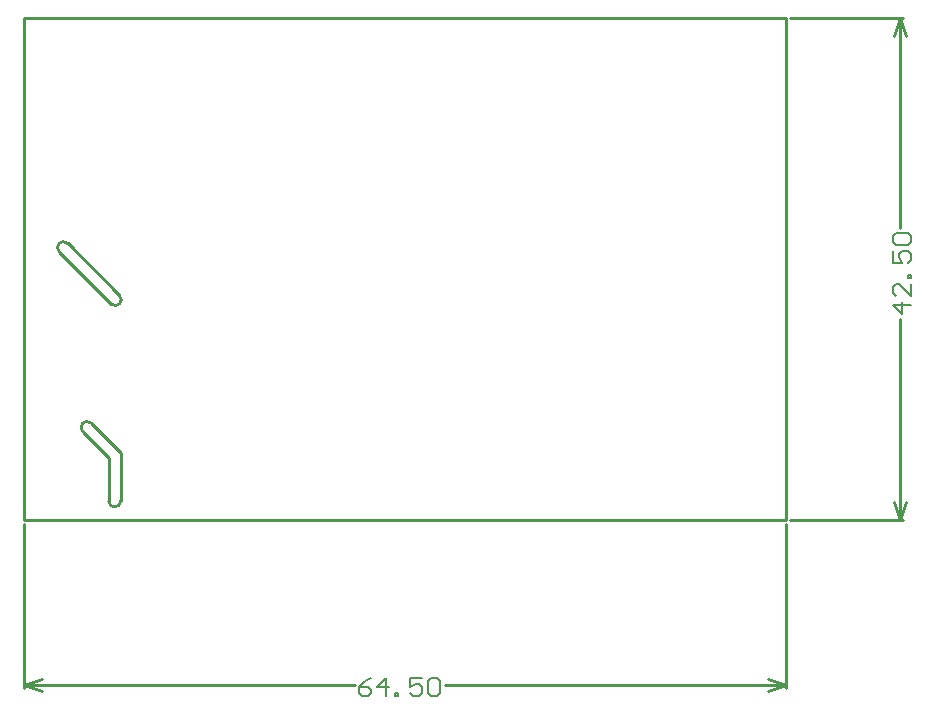
<source format=gm1>
G04*
G04 #@! TF.GenerationSoftware,Altium Limited,Altium Designer,20.0.13 (296)*
G04*
G04 Layer_Color=16711935*
%FSLAX43Y43*%
%MOMM*%
G71*
G01*
G75*
%ADD57C,0.254*%
%ADD58C,0.152*%
D57*
X104200Y108200D02*
G03*
X103493Y107493I-354J-354D01*
G01*
X105700Y101600D02*
G03*
X106700Y101600I500J0D01*
G01*
X105900Y118300D02*
G03*
X106607Y119007I354J354D01*
G01*
X102207Y123407D02*
G03*
X101500Y122700I-354J-354D01*
G01*
X104213Y108188D02*
X106700Y105700D01*
Y101600D02*
Y105700D01*
X103500Y107475D02*
X105700Y105275D01*
Y101600D02*
Y105275D01*
X98500Y100000D02*
Y142500D01*
X163000D01*
Y100000D02*
Y142500D01*
X98500Y100000D02*
X163000D01*
X102207Y123407D02*
X106607Y119007D01*
X101500Y122700D02*
X105900Y118300D01*
X172192Y101524D02*
X172700Y100000D01*
X173208Y101524D01*
X172700Y142500D02*
X173208Y140976D01*
X172192D02*
X172700Y142500D01*
Y100000D02*
Y117009D01*
Y124678D02*
Y142500D01*
X163381Y100000D02*
X172954D01*
X163381Y142500D02*
X172954D01*
X98500Y86000D02*
X100024Y86508D01*
X98500Y86000D02*
X100024Y85492D01*
X161476D02*
X163000Y86000D01*
X161476Y86508D02*
X163000Y86000D01*
X98500D02*
X126509D01*
X134178D02*
X163000D01*
X98500Y85746D02*
Y99619D01*
X163000Y85746D02*
Y99619D01*
D58*
X173614Y118177D02*
X172091D01*
X172852Y117416D01*
Y118431D01*
X173614Y119955D02*
Y118939D01*
X172598Y119955D01*
X172345D01*
X172091Y119701D01*
Y119193D01*
X172345Y118939D01*
X173614Y120463D02*
X173360D01*
Y120717D01*
X173614D01*
Y120463D01*
X172091Y122748D02*
Y121732D01*
X172852D01*
X172598Y122240D01*
Y122494D01*
X172852Y122748D01*
X173360D01*
X173614Y122494D01*
Y121986D01*
X173360Y121732D01*
X172345Y123256D02*
X172091Y123510D01*
Y124018D01*
X172345Y124271D01*
X173360D01*
X173614Y124018D01*
Y123510D01*
X173360Y123256D01*
X172345D01*
X127931Y86609D02*
X127424Y86355D01*
X126916Y85848D01*
Y85340D01*
X127170Y85086D01*
X127677D01*
X127931Y85340D01*
Y85594D01*
X127677Y85848D01*
X126916D01*
X129201Y85086D02*
Y86609D01*
X128439Y85848D01*
X129455D01*
X129963Y85086D02*
Y85340D01*
X130217D01*
Y85086D01*
X129963D01*
X132248Y86609D02*
X131232D01*
Y85848D01*
X131740Y86102D01*
X131994D01*
X132248Y85848D01*
Y85340D01*
X131994Y85086D01*
X131486D01*
X131232Y85340D01*
X132756Y86355D02*
X133010Y86609D01*
X133518D01*
X133771Y86355D01*
Y85340D01*
X133518Y85086D01*
X133010D01*
X132756Y85340D01*
Y86355D01*
M02*

</source>
